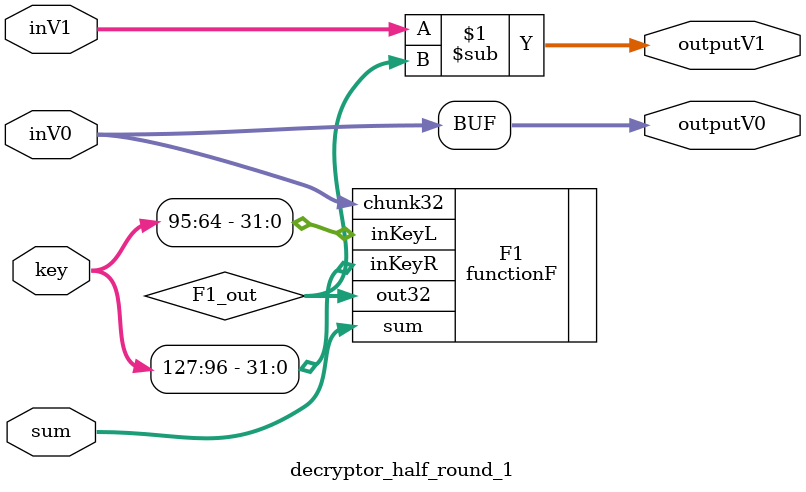
<source format=v>
/*
 * by SYCY_Proj_3
 *
 * First half of TEA decryptor round
 *
 */
 
module decryptor_half_round_1 (
	input	[127:0]	key,
	input	[ 31:0]	inV0,
					inV1,
					sum,	// suppplied from instantiating module - suitable for encryption or decryption
					
	output	[ 31:0]	outputV0,	// least signifficant bits
					outputV1	// most signifficant bits
);

	wire [31:0]	F1_out;
				//F2_out,
				//outWireV1;
	
	
	functionF F1 (
		.inKeyL		(key[ 95:64]),	// k[2]
		.inKeyR		(key[127:96]),	// k[3]
		.sum		(sum),
		.chunk32	(inV0),
		.out32		(F1_out)
	);
/*
	assign outWireV1 = inV1 - F1_out;
	

	functionF F2 (
		.inKeyL	(key[31: 0]),	// k[0]
		.inKeyR	(key[63:32]),	// k[1]
		.sum	(sum),
		.chunk32(outWireV1),
		.out32	(F2_out)
	);
*/
	
//	assign outputV0 = inV0 - F2_out;
	assign outputV0 = inV0;
//	assign outputV1 = outWireV1;
	assign outputV1 = inV1 - F1_out;
	
	
	
endmodule

</source>
